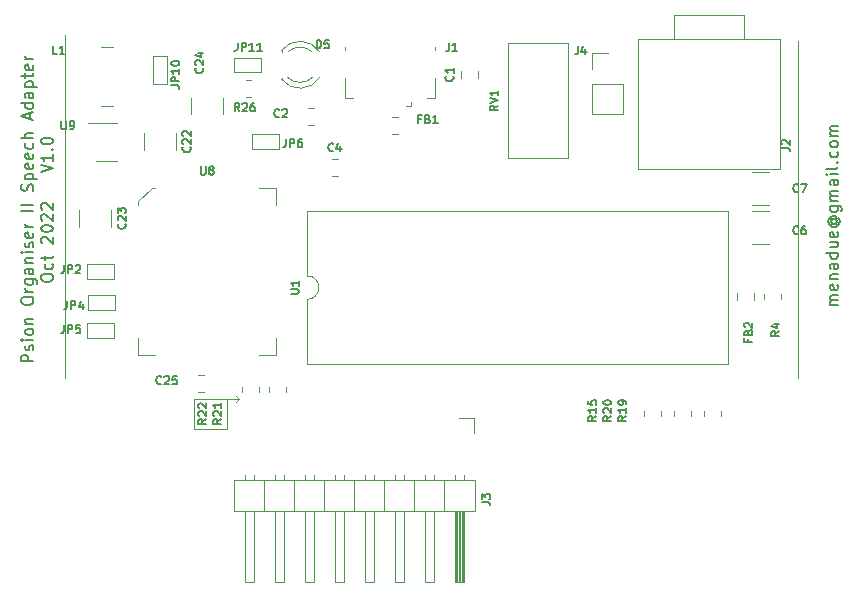
<source format=gbr>
G04 #@! TF.GenerationSoftware,KiCad,Pcbnew,5.1.5+dfsg1-2build2*
G04 #@! TF.CreationDate,2022-10-10T15:32:11+01:00*
G04 #@! TF.ProjectId,psion-speech-sp0256al2,7073696f-6e2d-4737-9065-6563682d7370,rev?*
G04 #@! TF.SameCoordinates,Original*
G04 #@! TF.FileFunction,Legend,Top*
G04 #@! TF.FilePolarity,Positive*
%FSLAX46Y46*%
G04 Gerber Fmt 4.6, Leading zero omitted, Abs format (unit mm)*
G04 Created by KiCad (PCBNEW 5.1.5+dfsg1-2build2) date 2022-10-10 15:32:11*
%MOMM*%
%LPD*%
G04 APERTURE LIST*
%ADD10C,0.150000*%
%ADD11C,0.120000*%
G04 APERTURE END LIST*
D10*
X109418380Y-119863238D02*
X108751714Y-119863238D01*
X108846952Y-119863238D02*
X108799333Y-119815619D01*
X108751714Y-119720380D01*
X108751714Y-119577523D01*
X108799333Y-119482285D01*
X108894571Y-119434666D01*
X109418380Y-119434666D01*
X108894571Y-119434666D02*
X108799333Y-119387047D01*
X108751714Y-119291809D01*
X108751714Y-119148952D01*
X108799333Y-119053714D01*
X108894571Y-119006095D01*
X109418380Y-119006095D01*
X109370761Y-118148952D02*
X109418380Y-118244190D01*
X109418380Y-118434666D01*
X109370761Y-118529904D01*
X109275523Y-118577523D01*
X108894571Y-118577523D01*
X108799333Y-118529904D01*
X108751714Y-118434666D01*
X108751714Y-118244190D01*
X108799333Y-118148952D01*
X108894571Y-118101333D01*
X108989809Y-118101333D01*
X109085047Y-118577523D01*
X108751714Y-117672761D02*
X109418380Y-117672761D01*
X108846952Y-117672761D02*
X108799333Y-117625142D01*
X108751714Y-117529904D01*
X108751714Y-117387047D01*
X108799333Y-117291809D01*
X108894571Y-117244190D01*
X109418380Y-117244190D01*
X109418380Y-116339428D02*
X108894571Y-116339428D01*
X108799333Y-116387047D01*
X108751714Y-116482285D01*
X108751714Y-116672761D01*
X108799333Y-116768000D01*
X109370761Y-116339428D02*
X109418380Y-116434666D01*
X109418380Y-116672761D01*
X109370761Y-116768000D01*
X109275523Y-116815619D01*
X109180285Y-116815619D01*
X109085047Y-116768000D01*
X109037428Y-116672761D01*
X109037428Y-116434666D01*
X108989809Y-116339428D01*
X109418380Y-115434666D02*
X108418380Y-115434666D01*
X109370761Y-115434666D02*
X109418380Y-115529904D01*
X109418380Y-115720380D01*
X109370761Y-115815619D01*
X109323142Y-115863238D01*
X109227904Y-115910857D01*
X108942190Y-115910857D01*
X108846952Y-115863238D01*
X108799333Y-115815619D01*
X108751714Y-115720380D01*
X108751714Y-115529904D01*
X108799333Y-115434666D01*
X108751714Y-114529904D02*
X109418380Y-114529904D01*
X108751714Y-114958476D02*
X109275523Y-114958476D01*
X109370761Y-114910857D01*
X109418380Y-114815619D01*
X109418380Y-114672761D01*
X109370761Y-114577523D01*
X109323142Y-114529904D01*
X109370761Y-113672761D02*
X109418380Y-113768000D01*
X109418380Y-113958476D01*
X109370761Y-114053714D01*
X109275523Y-114101333D01*
X108894571Y-114101333D01*
X108799333Y-114053714D01*
X108751714Y-113958476D01*
X108751714Y-113768000D01*
X108799333Y-113672761D01*
X108894571Y-113625142D01*
X108989809Y-113625142D01*
X109085047Y-114101333D01*
X108942190Y-112577523D02*
X108894571Y-112625142D01*
X108846952Y-112720380D01*
X108846952Y-112815619D01*
X108894571Y-112910857D01*
X108942190Y-112958476D01*
X109037428Y-113006095D01*
X109132666Y-113006095D01*
X109227904Y-112958476D01*
X109275523Y-112910857D01*
X109323142Y-112815619D01*
X109323142Y-112720380D01*
X109275523Y-112625142D01*
X109227904Y-112577523D01*
X108846952Y-112577523D02*
X109227904Y-112577523D01*
X109275523Y-112529904D01*
X109275523Y-112482285D01*
X109227904Y-112387047D01*
X109132666Y-112339428D01*
X108894571Y-112339428D01*
X108751714Y-112434666D01*
X108656476Y-112577523D01*
X108608857Y-112768000D01*
X108656476Y-112958476D01*
X108751714Y-113101333D01*
X108894571Y-113196571D01*
X109085047Y-113244190D01*
X109275523Y-113196571D01*
X109418380Y-113101333D01*
X109513619Y-112958476D01*
X109561238Y-112768000D01*
X109513619Y-112577523D01*
X109418380Y-112434666D01*
X108751714Y-111482285D02*
X109561238Y-111482285D01*
X109656476Y-111529904D01*
X109704095Y-111577523D01*
X109751714Y-111672761D01*
X109751714Y-111815619D01*
X109704095Y-111910857D01*
X109370761Y-111482285D02*
X109418380Y-111577523D01*
X109418380Y-111768000D01*
X109370761Y-111863238D01*
X109323142Y-111910857D01*
X109227904Y-111958476D01*
X108942190Y-111958476D01*
X108846952Y-111910857D01*
X108799333Y-111863238D01*
X108751714Y-111768000D01*
X108751714Y-111577523D01*
X108799333Y-111482285D01*
X109418380Y-111006095D02*
X108751714Y-111006095D01*
X108846952Y-111006095D02*
X108799333Y-110958476D01*
X108751714Y-110863238D01*
X108751714Y-110720380D01*
X108799333Y-110625142D01*
X108894571Y-110577523D01*
X109418380Y-110577523D01*
X108894571Y-110577523D02*
X108799333Y-110529904D01*
X108751714Y-110434666D01*
X108751714Y-110291809D01*
X108799333Y-110196571D01*
X108894571Y-110148952D01*
X109418380Y-110148952D01*
X109418380Y-109244190D02*
X108894571Y-109244190D01*
X108799333Y-109291809D01*
X108751714Y-109387047D01*
X108751714Y-109577523D01*
X108799333Y-109672761D01*
X109370761Y-109244190D02*
X109418380Y-109339428D01*
X109418380Y-109577523D01*
X109370761Y-109672761D01*
X109275523Y-109720380D01*
X109180285Y-109720380D01*
X109085047Y-109672761D01*
X109037428Y-109577523D01*
X109037428Y-109339428D01*
X108989809Y-109244190D01*
X109418380Y-108768000D02*
X108751714Y-108768000D01*
X108418380Y-108768000D02*
X108466000Y-108815619D01*
X108513619Y-108768000D01*
X108466000Y-108720380D01*
X108418380Y-108768000D01*
X108513619Y-108768000D01*
X109418380Y-108148952D02*
X109370761Y-108244190D01*
X109275523Y-108291809D01*
X108418380Y-108291809D01*
X109323142Y-107768000D02*
X109370761Y-107720380D01*
X109418380Y-107768000D01*
X109370761Y-107815619D01*
X109323142Y-107768000D01*
X109418380Y-107768000D01*
X109370761Y-106863238D02*
X109418380Y-106958476D01*
X109418380Y-107148952D01*
X109370761Y-107244190D01*
X109323142Y-107291809D01*
X109227904Y-107339428D01*
X108942190Y-107339428D01*
X108846952Y-107291809D01*
X108799333Y-107244190D01*
X108751714Y-107148952D01*
X108751714Y-106958476D01*
X108799333Y-106863238D01*
X109418380Y-106291809D02*
X109370761Y-106387047D01*
X109323142Y-106434666D01*
X109227904Y-106482285D01*
X108942190Y-106482285D01*
X108846952Y-106434666D01*
X108799333Y-106387047D01*
X108751714Y-106291809D01*
X108751714Y-106148952D01*
X108799333Y-106053714D01*
X108846952Y-106006095D01*
X108942190Y-105958476D01*
X109227904Y-105958476D01*
X109323142Y-106006095D01*
X109370761Y-106053714D01*
X109418380Y-106148952D01*
X109418380Y-106291809D01*
X109418380Y-105529904D02*
X108751714Y-105529904D01*
X108846952Y-105529904D02*
X108799333Y-105482285D01*
X108751714Y-105387047D01*
X108751714Y-105244190D01*
X108799333Y-105148952D01*
X108894571Y-105101333D01*
X109418380Y-105101333D01*
X108894571Y-105101333D02*
X108799333Y-105053714D01*
X108751714Y-104958476D01*
X108751714Y-104815619D01*
X108799333Y-104720380D01*
X108894571Y-104672761D01*
X109418380Y-104672761D01*
X41283380Y-124617142D02*
X40283380Y-124617142D01*
X40283380Y-124236190D01*
X40331000Y-124140952D01*
X40378619Y-124093333D01*
X40473857Y-124045714D01*
X40616714Y-124045714D01*
X40711952Y-124093333D01*
X40759571Y-124140952D01*
X40807190Y-124236190D01*
X40807190Y-124617142D01*
X41235761Y-123664761D02*
X41283380Y-123569523D01*
X41283380Y-123379047D01*
X41235761Y-123283809D01*
X41140523Y-123236190D01*
X41092904Y-123236190D01*
X40997666Y-123283809D01*
X40950047Y-123379047D01*
X40950047Y-123521904D01*
X40902428Y-123617142D01*
X40807190Y-123664761D01*
X40759571Y-123664761D01*
X40664333Y-123617142D01*
X40616714Y-123521904D01*
X40616714Y-123379047D01*
X40664333Y-123283809D01*
X41283380Y-122807619D02*
X40616714Y-122807619D01*
X40283380Y-122807619D02*
X40331000Y-122855238D01*
X40378619Y-122807619D01*
X40331000Y-122760000D01*
X40283380Y-122807619D01*
X40378619Y-122807619D01*
X41283380Y-122188571D02*
X41235761Y-122283809D01*
X41188142Y-122331428D01*
X41092904Y-122379047D01*
X40807190Y-122379047D01*
X40711952Y-122331428D01*
X40664333Y-122283809D01*
X40616714Y-122188571D01*
X40616714Y-122045714D01*
X40664333Y-121950476D01*
X40711952Y-121902857D01*
X40807190Y-121855238D01*
X41092904Y-121855238D01*
X41188142Y-121902857D01*
X41235761Y-121950476D01*
X41283380Y-122045714D01*
X41283380Y-122188571D01*
X40616714Y-121426666D02*
X41283380Y-121426666D01*
X40711952Y-121426666D02*
X40664333Y-121379047D01*
X40616714Y-121283809D01*
X40616714Y-121140952D01*
X40664333Y-121045714D01*
X40759571Y-120998095D01*
X41283380Y-120998095D01*
X40283380Y-119569523D02*
X40283380Y-119379047D01*
X40331000Y-119283809D01*
X40426238Y-119188571D01*
X40616714Y-119140952D01*
X40950047Y-119140952D01*
X41140523Y-119188571D01*
X41235761Y-119283809D01*
X41283380Y-119379047D01*
X41283380Y-119569523D01*
X41235761Y-119664761D01*
X41140523Y-119760000D01*
X40950047Y-119807619D01*
X40616714Y-119807619D01*
X40426238Y-119760000D01*
X40331000Y-119664761D01*
X40283380Y-119569523D01*
X41283380Y-118712380D02*
X40616714Y-118712380D01*
X40807190Y-118712380D02*
X40711952Y-118664761D01*
X40664333Y-118617142D01*
X40616714Y-118521904D01*
X40616714Y-118426666D01*
X40616714Y-117664761D02*
X41426238Y-117664761D01*
X41521476Y-117712380D01*
X41569095Y-117760000D01*
X41616714Y-117855238D01*
X41616714Y-117998095D01*
X41569095Y-118093333D01*
X41235761Y-117664761D02*
X41283380Y-117760000D01*
X41283380Y-117950476D01*
X41235761Y-118045714D01*
X41188142Y-118093333D01*
X41092904Y-118140952D01*
X40807190Y-118140952D01*
X40711952Y-118093333D01*
X40664333Y-118045714D01*
X40616714Y-117950476D01*
X40616714Y-117760000D01*
X40664333Y-117664761D01*
X41283380Y-116760000D02*
X40759571Y-116760000D01*
X40664333Y-116807619D01*
X40616714Y-116902857D01*
X40616714Y-117093333D01*
X40664333Y-117188571D01*
X41235761Y-116760000D02*
X41283380Y-116855238D01*
X41283380Y-117093333D01*
X41235761Y-117188571D01*
X41140523Y-117236190D01*
X41045285Y-117236190D01*
X40950047Y-117188571D01*
X40902428Y-117093333D01*
X40902428Y-116855238D01*
X40854809Y-116760000D01*
X40616714Y-116283809D02*
X41283380Y-116283809D01*
X40711952Y-116283809D02*
X40664333Y-116236190D01*
X40616714Y-116140952D01*
X40616714Y-115998095D01*
X40664333Y-115902857D01*
X40759571Y-115855238D01*
X41283380Y-115855238D01*
X41283380Y-115379047D02*
X40616714Y-115379047D01*
X40283380Y-115379047D02*
X40331000Y-115426666D01*
X40378619Y-115379047D01*
X40331000Y-115331428D01*
X40283380Y-115379047D01*
X40378619Y-115379047D01*
X41235761Y-114950476D02*
X41283380Y-114855238D01*
X41283380Y-114664761D01*
X41235761Y-114569523D01*
X41140523Y-114521904D01*
X41092904Y-114521904D01*
X40997666Y-114569523D01*
X40950047Y-114664761D01*
X40950047Y-114807619D01*
X40902428Y-114902857D01*
X40807190Y-114950476D01*
X40759571Y-114950476D01*
X40664333Y-114902857D01*
X40616714Y-114807619D01*
X40616714Y-114664761D01*
X40664333Y-114569523D01*
X41235761Y-113712380D02*
X41283380Y-113807619D01*
X41283380Y-113998095D01*
X41235761Y-114093333D01*
X41140523Y-114140952D01*
X40759571Y-114140952D01*
X40664333Y-114093333D01*
X40616714Y-113998095D01*
X40616714Y-113807619D01*
X40664333Y-113712380D01*
X40759571Y-113664761D01*
X40854809Y-113664761D01*
X40950047Y-114140952D01*
X41283380Y-113236190D02*
X40616714Y-113236190D01*
X40807190Y-113236190D02*
X40711952Y-113188571D01*
X40664333Y-113140952D01*
X40616714Y-113045714D01*
X40616714Y-112950476D01*
X41283380Y-111855238D02*
X40283380Y-111855238D01*
X41283380Y-111379047D02*
X40283380Y-111379047D01*
X41235761Y-110188571D02*
X41283380Y-110045714D01*
X41283380Y-109807619D01*
X41235761Y-109712380D01*
X41188142Y-109664761D01*
X41092904Y-109617142D01*
X40997666Y-109617142D01*
X40902428Y-109664761D01*
X40854809Y-109712380D01*
X40807190Y-109807619D01*
X40759571Y-109998095D01*
X40711952Y-110093333D01*
X40664333Y-110140952D01*
X40569095Y-110188571D01*
X40473857Y-110188571D01*
X40378619Y-110140952D01*
X40331000Y-110093333D01*
X40283380Y-109998095D01*
X40283380Y-109760000D01*
X40331000Y-109617142D01*
X40616714Y-109188571D02*
X41616714Y-109188571D01*
X40664333Y-109188571D02*
X40616714Y-109093333D01*
X40616714Y-108902857D01*
X40664333Y-108807619D01*
X40711952Y-108760000D01*
X40807190Y-108712380D01*
X41092904Y-108712380D01*
X41188142Y-108760000D01*
X41235761Y-108807619D01*
X41283380Y-108902857D01*
X41283380Y-109093333D01*
X41235761Y-109188571D01*
X41235761Y-107902857D02*
X41283380Y-107998095D01*
X41283380Y-108188571D01*
X41235761Y-108283809D01*
X41140523Y-108331428D01*
X40759571Y-108331428D01*
X40664333Y-108283809D01*
X40616714Y-108188571D01*
X40616714Y-107998095D01*
X40664333Y-107902857D01*
X40759571Y-107855238D01*
X40854809Y-107855238D01*
X40950047Y-108331428D01*
X41235761Y-107045714D02*
X41283380Y-107140952D01*
X41283380Y-107331428D01*
X41235761Y-107426666D01*
X41140523Y-107474285D01*
X40759571Y-107474285D01*
X40664333Y-107426666D01*
X40616714Y-107331428D01*
X40616714Y-107140952D01*
X40664333Y-107045714D01*
X40759571Y-106998095D01*
X40854809Y-106998095D01*
X40950047Y-107474285D01*
X41235761Y-106140952D02*
X41283380Y-106236190D01*
X41283380Y-106426666D01*
X41235761Y-106521904D01*
X41188142Y-106569523D01*
X41092904Y-106617142D01*
X40807190Y-106617142D01*
X40711952Y-106569523D01*
X40664333Y-106521904D01*
X40616714Y-106426666D01*
X40616714Y-106236190D01*
X40664333Y-106140952D01*
X41283380Y-105712380D02*
X40283380Y-105712380D01*
X41283380Y-105283809D02*
X40759571Y-105283809D01*
X40664333Y-105331428D01*
X40616714Y-105426666D01*
X40616714Y-105569523D01*
X40664333Y-105664761D01*
X40711952Y-105712380D01*
X40997666Y-104093333D02*
X40997666Y-103617142D01*
X41283380Y-104188571D02*
X40283380Y-103855238D01*
X41283380Y-103521904D01*
X41283380Y-102760000D02*
X40283380Y-102760000D01*
X41235761Y-102760000D02*
X41283380Y-102855238D01*
X41283380Y-103045714D01*
X41235761Y-103140952D01*
X41188142Y-103188571D01*
X41092904Y-103236190D01*
X40807190Y-103236190D01*
X40711952Y-103188571D01*
X40664333Y-103140952D01*
X40616714Y-103045714D01*
X40616714Y-102855238D01*
X40664333Y-102760000D01*
X41283380Y-101855238D02*
X40759571Y-101855238D01*
X40664333Y-101902857D01*
X40616714Y-101998095D01*
X40616714Y-102188571D01*
X40664333Y-102283809D01*
X41235761Y-101855238D02*
X41283380Y-101950476D01*
X41283380Y-102188571D01*
X41235761Y-102283809D01*
X41140523Y-102331428D01*
X41045285Y-102331428D01*
X40950047Y-102283809D01*
X40902428Y-102188571D01*
X40902428Y-101950476D01*
X40854809Y-101855238D01*
X40616714Y-101379047D02*
X41616714Y-101379047D01*
X40664333Y-101379047D02*
X40616714Y-101283809D01*
X40616714Y-101093333D01*
X40664333Y-100998095D01*
X40711952Y-100950476D01*
X40807190Y-100902857D01*
X41092904Y-100902857D01*
X41188142Y-100950476D01*
X41235761Y-100998095D01*
X41283380Y-101093333D01*
X41283380Y-101283809D01*
X41235761Y-101379047D01*
X40616714Y-100617142D02*
X40616714Y-100236190D01*
X40283380Y-100474285D02*
X41140523Y-100474285D01*
X41235761Y-100426666D01*
X41283380Y-100331428D01*
X41283380Y-100236190D01*
X41235761Y-99521904D02*
X41283380Y-99617142D01*
X41283380Y-99807619D01*
X41235761Y-99902857D01*
X41140523Y-99950476D01*
X40759571Y-99950476D01*
X40664333Y-99902857D01*
X40616714Y-99807619D01*
X40616714Y-99617142D01*
X40664333Y-99521904D01*
X40759571Y-99474285D01*
X40854809Y-99474285D01*
X40950047Y-99950476D01*
X41283380Y-99045714D02*
X40616714Y-99045714D01*
X40807190Y-99045714D02*
X40711952Y-98998095D01*
X40664333Y-98950476D01*
X40616714Y-98855238D01*
X40616714Y-98760000D01*
X41933380Y-117617142D02*
X41933380Y-117426666D01*
X41981000Y-117331428D01*
X42076238Y-117236190D01*
X42266714Y-117188571D01*
X42600047Y-117188571D01*
X42790523Y-117236190D01*
X42885761Y-117331428D01*
X42933380Y-117426666D01*
X42933380Y-117617142D01*
X42885761Y-117712380D01*
X42790523Y-117807619D01*
X42600047Y-117855238D01*
X42266714Y-117855238D01*
X42076238Y-117807619D01*
X41981000Y-117712380D01*
X41933380Y-117617142D01*
X42885761Y-116331428D02*
X42933380Y-116426666D01*
X42933380Y-116617142D01*
X42885761Y-116712380D01*
X42838142Y-116760000D01*
X42742904Y-116807619D01*
X42457190Y-116807619D01*
X42361952Y-116760000D01*
X42314333Y-116712380D01*
X42266714Y-116617142D01*
X42266714Y-116426666D01*
X42314333Y-116331428D01*
X42266714Y-116045714D02*
X42266714Y-115664761D01*
X41933380Y-115902857D02*
X42790523Y-115902857D01*
X42885761Y-115855238D01*
X42933380Y-115760000D01*
X42933380Y-115664761D01*
X42028619Y-114617142D02*
X41981000Y-114569523D01*
X41933380Y-114474285D01*
X41933380Y-114236190D01*
X41981000Y-114140952D01*
X42028619Y-114093333D01*
X42123857Y-114045714D01*
X42219095Y-114045714D01*
X42361952Y-114093333D01*
X42933380Y-114664761D01*
X42933380Y-114045714D01*
X41933380Y-113426666D02*
X41933380Y-113331428D01*
X41981000Y-113236190D01*
X42028619Y-113188571D01*
X42123857Y-113140952D01*
X42314333Y-113093333D01*
X42552428Y-113093333D01*
X42742904Y-113140952D01*
X42838142Y-113188571D01*
X42885761Y-113236190D01*
X42933380Y-113331428D01*
X42933380Y-113426666D01*
X42885761Y-113521904D01*
X42838142Y-113569523D01*
X42742904Y-113617142D01*
X42552428Y-113664761D01*
X42314333Y-113664761D01*
X42123857Y-113617142D01*
X42028619Y-113569523D01*
X41981000Y-113521904D01*
X41933380Y-113426666D01*
X42028619Y-112712380D02*
X41981000Y-112664761D01*
X41933380Y-112569523D01*
X41933380Y-112331428D01*
X41981000Y-112236190D01*
X42028619Y-112188571D01*
X42123857Y-112140952D01*
X42219095Y-112140952D01*
X42361952Y-112188571D01*
X42933380Y-112760000D01*
X42933380Y-112140952D01*
X42028619Y-111760000D02*
X41981000Y-111712380D01*
X41933380Y-111617142D01*
X41933380Y-111379047D01*
X41981000Y-111283809D01*
X42028619Y-111236190D01*
X42123857Y-111188571D01*
X42219095Y-111188571D01*
X42361952Y-111236190D01*
X42933380Y-111807619D01*
X42933380Y-111188571D01*
X41933380Y-108617142D02*
X42933380Y-108283809D01*
X41933380Y-107950476D01*
X42933380Y-107093333D02*
X42933380Y-107664761D01*
X42933380Y-107379047D02*
X41933380Y-107379047D01*
X42076238Y-107474285D01*
X42171476Y-107569523D01*
X42219095Y-107664761D01*
X42838142Y-106664761D02*
X42885761Y-106617142D01*
X42933380Y-106664761D01*
X42885761Y-106712380D01*
X42838142Y-106664761D01*
X42933380Y-106664761D01*
X41933380Y-105998095D02*
X41933380Y-105902857D01*
X41981000Y-105807619D01*
X42028619Y-105760000D01*
X42123857Y-105712380D01*
X42314333Y-105664761D01*
X42552428Y-105664761D01*
X42742904Y-105712380D01*
X42838142Y-105760000D01*
X42885761Y-105807619D01*
X42933380Y-105902857D01*
X42933380Y-105998095D01*
X42885761Y-106093333D01*
X42838142Y-106140952D01*
X42742904Y-106188571D01*
X42552428Y-106236190D01*
X42314333Y-106236190D01*
X42123857Y-106188571D01*
X42028619Y-106140952D01*
X41981000Y-106093333D01*
X41933380Y-105998095D01*
D11*
X58420000Y-128016000D02*
X58674000Y-127762000D01*
X58420000Y-127508000D02*
X58674000Y-127762000D01*
X58674000Y-127762000D02*
X58420000Y-127508000D01*
X57658000Y-127762000D02*
X58674000Y-127762000D01*
X57658000Y-127762000D02*
X57658000Y-130302000D01*
X57404000Y-127762000D02*
X57658000Y-127762000D01*
X54864000Y-127762000D02*
X57404000Y-127762000D01*
X54864000Y-130302000D02*
X54864000Y-127762000D01*
X57658000Y-130302000D02*
X54864000Y-130302000D01*
X106000000Y-126000000D02*
X106000000Y-97500000D01*
X44000000Y-97000000D02*
X44000000Y-126000000D01*
X78630000Y-129390000D02*
X78630000Y-130660000D01*
X77360000Y-129390000D02*
X78630000Y-129390000D01*
X77740000Y-134697071D02*
X77740000Y-134242929D01*
X76980000Y-134697071D02*
X76980000Y-134242929D01*
X59200000Y-134242929D02*
X59200000Y-134640000D01*
X59960000Y-134242929D02*
X59960000Y-134640000D01*
X59200000Y-143300000D02*
X59200000Y-137300000D01*
X59960000Y-143300000D02*
X59200000Y-143300000D01*
X59960000Y-137300000D02*
X59960000Y-143300000D01*
X60850000Y-134640000D02*
X60850000Y-137300000D01*
X75200000Y-134697071D02*
X75200000Y-134242929D01*
X74440000Y-134697071D02*
X74440000Y-134242929D01*
X61740000Y-134242929D02*
X61740000Y-134640000D01*
X62500000Y-134242929D02*
X62500000Y-134640000D01*
X61740000Y-143300000D02*
X61740000Y-137300000D01*
X62500000Y-143300000D02*
X61740000Y-143300000D01*
X62500000Y-137300000D02*
X62500000Y-143300000D01*
X63390000Y-134640000D02*
X63390000Y-137300000D01*
X72660000Y-134697071D02*
X72660000Y-134242929D01*
X71900000Y-134697071D02*
X71900000Y-134242929D01*
X64280000Y-134242929D02*
X64280000Y-134640000D01*
X65040000Y-134242929D02*
X65040000Y-134640000D01*
X64280000Y-143300000D02*
X64280000Y-137300000D01*
X65040000Y-143300000D02*
X64280000Y-143300000D01*
X65040000Y-137300000D02*
X65040000Y-143300000D01*
X65930000Y-134640000D02*
X65930000Y-137300000D01*
X70120000Y-134697071D02*
X70120000Y-134242929D01*
X69360000Y-134697071D02*
X69360000Y-134242929D01*
X66820000Y-134242929D02*
X66820000Y-134640000D01*
X67580000Y-134242929D02*
X67580000Y-134640000D01*
X66820000Y-143300000D02*
X66820000Y-137300000D01*
X67580000Y-143300000D02*
X66820000Y-143300000D01*
X67580000Y-137300000D02*
X67580000Y-143300000D01*
X68470000Y-134640000D02*
X68470000Y-137300000D01*
X67580000Y-134697071D02*
X67580000Y-134242929D01*
X66820000Y-134697071D02*
X66820000Y-134242929D01*
X69360000Y-134242929D02*
X69360000Y-134640000D01*
X70120000Y-134242929D02*
X70120000Y-134640000D01*
X69360000Y-143300000D02*
X69360000Y-137300000D01*
X70120000Y-143300000D02*
X69360000Y-143300000D01*
X70120000Y-137300000D02*
X70120000Y-143300000D01*
X71010000Y-134640000D02*
X71010000Y-137300000D01*
X65040000Y-134697071D02*
X65040000Y-134242929D01*
X64280000Y-134697071D02*
X64280000Y-134242929D01*
X71900000Y-134242929D02*
X71900000Y-134640000D01*
X72660000Y-134242929D02*
X72660000Y-134640000D01*
X71900000Y-143300000D02*
X71900000Y-137300000D01*
X72660000Y-143300000D02*
X71900000Y-143300000D01*
X72660000Y-137300000D02*
X72660000Y-143300000D01*
X73550000Y-134640000D02*
X73550000Y-137300000D01*
X62500000Y-134697071D02*
X62500000Y-134242929D01*
X61740000Y-134697071D02*
X61740000Y-134242929D01*
X74440000Y-134242929D02*
X74440000Y-134640000D01*
X75200000Y-134242929D02*
X75200000Y-134640000D01*
X74440000Y-143300000D02*
X74440000Y-137300000D01*
X75200000Y-143300000D02*
X74440000Y-143300000D01*
X75200000Y-137300000D02*
X75200000Y-143300000D01*
X76090000Y-134640000D02*
X76090000Y-137300000D01*
X59960000Y-134630000D02*
X59960000Y-134242929D01*
X59200000Y-134630000D02*
X59200000Y-134242929D01*
X76980000Y-134242929D02*
X76980000Y-134640000D01*
X77740000Y-134242929D02*
X77740000Y-134640000D01*
X77080000Y-137300000D02*
X77080000Y-143300000D01*
X77200000Y-137300000D02*
X77200000Y-143300000D01*
X77320000Y-137300000D02*
X77320000Y-143300000D01*
X77440000Y-137300000D02*
X77440000Y-143300000D01*
X77560000Y-137300000D02*
X77560000Y-143300000D01*
X77680000Y-137300000D02*
X77680000Y-143300000D01*
X76980000Y-143300000D02*
X76980000Y-137300000D01*
X77740000Y-143300000D02*
X76980000Y-143300000D01*
X77740000Y-137300000D02*
X77740000Y-143300000D01*
X78690000Y-137300000D02*
X78690000Y-134640000D01*
X58250000Y-137300000D02*
X78690000Y-137300000D01*
X58250000Y-134640000D02*
X58250000Y-137300000D01*
X78690000Y-134640000D02*
X58250000Y-134640000D01*
X101500000Y-95300000D02*
X101500000Y-97300000D01*
X95500000Y-95300000D02*
X95500000Y-97300000D01*
X101500000Y-95300000D02*
X95500000Y-95300000D01*
X98500000Y-95300000D02*
X101500000Y-95300000D01*
X92500000Y-97300000D02*
X104500000Y-97300000D01*
X92500000Y-108300000D02*
X92500000Y-97300000D01*
X104500000Y-108300000D02*
X92500000Y-108300000D01*
X104500000Y-97300000D02*
X104500000Y-108300000D01*
X81470000Y-97655000D02*
X86540000Y-97655000D01*
X81470000Y-107425000D02*
X86540000Y-107425000D01*
X86540000Y-107425000D02*
X86540000Y-97655000D01*
X81470000Y-107425000D02*
X81470000Y-97655000D01*
X88586000Y-98492000D02*
X89916000Y-98492000D01*
X88586000Y-99822000D02*
X88586000Y-98492000D01*
X88586000Y-101092000D02*
X91246000Y-101092000D01*
X91246000Y-101092000D02*
X91246000Y-103692000D01*
X88586000Y-101092000D02*
X88586000Y-103692000D01*
X88586000Y-103692000D02*
X91246000Y-103692000D01*
X64456000Y-111904000D02*
X64456000Y-117364000D01*
X100136000Y-111904000D02*
X64456000Y-111904000D01*
X100136000Y-124824000D02*
X100136000Y-111904000D01*
X64456000Y-124824000D02*
X100136000Y-124824000D01*
X64456000Y-119364000D02*
X64456000Y-124824000D01*
X64456000Y-117364000D02*
G75*
G02X64456000Y-119364000I0J-1000000D01*
G01*
X104621000Y-119353064D02*
X104621000Y-118898936D01*
X103151000Y-119353064D02*
X103151000Y-118898936D01*
X103581252Y-108622000D02*
X102158748Y-108622000D01*
X103581252Y-111342000D02*
X102158748Y-111342000D01*
X102158748Y-114644000D02*
X103581252Y-114644000D01*
X102158748Y-111924000D02*
X103581252Y-111924000D01*
X66540748Y-108939000D02*
X67063252Y-108939000D01*
X66540748Y-107469000D02*
X67063252Y-107469000D01*
X64508748Y-104621000D02*
X65031252Y-104621000D01*
X64508748Y-103151000D02*
X65031252Y-103151000D01*
X48400000Y-104390000D02*
X45950000Y-104390000D01*
X46600000Y-107610000D02*
X48400000Y-107610000D01*
X50175000Y-111077218D02*
X50175000Y-111360000D01*
X51347218Y-109905000D02*
X50175000Y-111077218D01*
X51630000Y-109905000D02*
X51347218Y-109905000D01*
X61825000Y-124095000D02*
X61825000Y-122640000D01*
X60370000Y-124095000D02*
X61825000Y-124095000D01*
X50175000Y-124095000D02*
X50175000Y-122640000D01*
X51630000Y-124095000D02*
X50175000Y-124095000D01*
X61825000Y-109905000D02*
X61825000Y-111360000D01*
X60370000Y-109905000D02*
X61825000Y-109905000D01*
X59272936Y-102235000D02*
X59727064Y-102235000D01*
X59272936Y-100765000D02*
X59727064Y-100765000D01*
X60425000Y-127227064D02*
X60425000Y-126772936D01*
X58955000Y-127227064D02*
X58955000Y-126772936D01*
X62711000Y-127227064D02*
X62711000Y-126772936D01*
X61241000Y-127227064D02*
X61241000Y-126772936D01*
X95531000Y-128804936D02*
X95531000Y-129259064D01*
X97001000Y-128804936D02*
X97001000Y-129259064D01*
X98071000Y-128804936D02*
X98071000Y-129259064D01*
X99541000Y-128804936D02*
X99541000Y-129259064D01*
X94461000Y-129259064D02*
X94461000Y-128804936D01*
X92991000Y-129259064D02*
X92991000Y-128804936D01*
X48000000Y-97990000D02*
X47000000Y-97990000D01*
X48000000Y-103010000D02*
X47000000Y-103010000D01*
X58300000Y-98900000D02*
X60600000Y-98900000D01*
X60600000Y-98900000D02*
X60600000Y-100100000D01*
X60600000Y-100100000D02*
X58300000Y-100100000D01*
X58300000Y-100100000D02*
X58300000Y-98900000D01*
X52600000Y-98800000D02*
X52600000Y-101100000D01*
X52600000Y-101100000D02*
X51400000Y-101100000D01*
X51400000Y-101100000D02*
X51400000Y-98800000D01*
X51400000Y-98800000D02*
X52600000Y-98800000D01*
X59800000Y-105400000D02*
X62100000Y-105400000D01*
X62100000Y-105400000D02*
X62100000Y-106600000D01*
X62100000Y-106600000D02*
X59800000Y-106600000D01*
X59800000Y-106600000D02*
X59800000Y-105400000D01*
X45800000Y-121400000D02*
X48100000Y-121400000D01*
X48100000Y-121400000D02*
X48100000Y-122600000D01*
X48100000Y-122600000D02*
X45800000Y-122600000D01*
X45800000Y-122600000D02*
X45800000Y-121400000D01*
X48190000Y-120234000D02*
X45890000Y-120234000D01*
X45890000Y-120234000D02*
X45890000Y-119034000D01*
X45890000Y-119034000D02*
X48190000Y-119034000D01*
X48190000Y-119034000D02*
X48190000Y-120234000D01*
X45800000Y-116400000D02*
X48100000Y-116400000D01*
X48100000Y-116400000D02*
X48100000Y-117600000D01*
X48100000Y-117600000D02*
X45800000Y-117600000D01*
X45800000Y-117600000D02*
X45800000Y-116400000D01*
X73260000Y-103010000D02*
X73260000Y-102620000D01*
X73260000Y-103010000D02*
X72810000Y-103010000D01*
X67690000Y-102310000D02*
X68340000Y-102310000D01*
X67690000Y-100580000D02*
X67690000Y-102310000D01*
X75310000Y-98010000D02*
X75310000Y-98220000D01*
X67690000Y-98010000D02*
X67690000Y-98220000D01*
X75310000Y-100580000D02*
X75310000Y-102310000D01*
X75310000Y-102310000D02*
X74650000Y-102310000D01*
X100865000Y-118864748D02*
X100865000Y-119387252D01*
X102335000Y-118864748D02*
X102335000Y-119387252D01*
X71620748Y-105383000D02*
X72143252Y-105383000D01*
X71620748Y-103913000D02*
X72143252Y-103913000D01*
X62310000Y-100580000D02*
X62310000Y-100736000D01*
X62310000Y-98264000D02*
X62310000Y-98420000D01*
X64911130Y-100579837D02*
G75*
G02X62829039Y-100580000I-1041130J1079837D01*
G01*
X64911130Y-98420163D02*
G75*
G03X62829039Y-98420000I-1041130J-1079837D01*
G01*
X65542335Y-100578608D02*
G75*
G02X62310000Y-100735516I-1672335J1078608D01*
G01*
X65542335Y-98421392D02*
G75*
G03X62310000Y-98264484I-1672335J-1078608D01*
G01*
X55238748Y-127235000D02*
X55761252Y-127235000D01*
X55238748Y-125765000D02*
X55761252Y-125765000D01*
X54640000Y-102288748D02*
X54640000Y-103711252D01*
X57360000Y-102288748D02*
X57360000Y-103711252D01*
X45140000Y-111788748D02*
X45140000Y-113211252D01*
X47860000Y-111788748D02*
X47860000Y-113211252D01*
X50640000Y-105288748D02*
X50640000Y-106711252D01*
X53360000Y-105288748D02*
X53360000Y-106711252D01*
X78967000Y-100591252D02*
X78967000Y-100068748D01*
X77497000Y-100591252D02*
X77497000Y-100068748D01*
D10*
X79246666Y-136548333D02*
X79746666Y-136548333D01*
X79846666Y-136581666D01*
X79913333Y-136648333D01*
X79946666Y-136748333D01*
X79946666Y-136815000D01*
X79246666Y-136281666D02*
X79246666Y-135848333D01*
X79513333Y-136081666D01*
X79513333Y-135981666D01*
X79546666Y-135915000D01*
X79580000Y-135881666D01*
X79646666Y-135848333D01*
X79813333Y-135848333D01*
X79880000Y-135881666D01*
X79913333Y-135915000D01*
X79946666Y-135981666D01*
X79946666Y-136181666D01*
X79913333Y-136248333D01*
X79880000Y-136281666D01*
X104616666Y-106533333D02*
X105116666Y-106533333D01*
X105216666Y-106566666D01*
X105283333Y-106633333D01*
X105316666Y-106733333D01*
X105316666Y-106800000D01*
X104683333Y-106233333D02*
X104650000Y-106200000D01*
X104616666Y-106133333D01*
X104616666Y-105966666D01*
X104650000Y-105900000D01*
X104683333Y-105866666D01*
X104750000Y-105833333D01*
X104816666Y-105833333D01*
X104916666Y-105866666D01*
X105316666Y-106266666D01*
X105316666Y-105833333D01*
X80656666Y-102956666D02*
X80323333Y-103190000D01*
X80656666Y-103356666D02*
X79956666Y-103356666D01*
X79956666Y-103090000D01*
X79990000Y-103023333D01*
X80023333Y-102990000D01*
X80090000Y-102956666D01*
X80190000Y-102956666D01*
X80256666Y-102990000D01*
X80290000Y-103023333D01*
X80323333Y-103090000D01*
X80323333Y-103356666D01*
X79956666Y-102756666D02*
X80656666Y-102523333D01*
X79956666Y-102290000D01*
X80656666Y-101690000D02*
X80656666Y-102090000D01*
X80656666Y-101890000D02*
X79956666Y-101890000D01*
X80056666Y-101956666D01*
X80123333Y-102023333D01*
X80156666Y-102090000D01*
X87396666Y-97914666D02*
X87396666Y-98414666D01*
X87363333Y-98514666D01*
X87296666Y-98581333D01*
X87196666Y-98614666D01*
X87130000Y-98614666D01*
X88030000Y-98148000D02*
X88030000Y-98614666D01*
X87863333Y-97881333D02*
X87696666Y-98381333D01*
X88130000Y-98381333D01*
X63072666Y-118897333D02*
X63639333Y-118897333D01*
X63706000Y-118864000D01*
X63739333Y-118830666D01*
X63772666Y-118764000D01*
X63772666Y-118630666D01*
X63739333Y-118564000D01*
X63706000Y-118530666D01*
X63639333Y-118497333D01*
X63072666Y-118497333D01*
X63772666Y-117797333D02*
X63772666Y-118197333D01*
X63772666Y-117997333D02*
X63072666Y-117997333D01*
X63172666Y-118064000D01*
X63239333Y-118130666D01*
X63272666Y-118197333D01*
X104456666Y-122036666D02*
X104123333Y-122270000D01*
X104456666Y-122436666D02*
X103756666Y-122436666D01*
X103756666Y-122170000D01*
X103790000Y-122103333D01*
X103823333Y-122070000D01*
X103890000Y-122036666D01*
X103990000Y-122036666D01*
X104056666Y-122070000D01*
X104090000Y-122103333D01*
X104123333Y-122170000D01*
X104123333Y-122436666D01*
X103990000Y-121436666D02*
X104456666Y-121436666D01*
X103723333Y-121603333D02*
X104223333Y-121770000D01*
X104223333Y-121336666D01*
X106055333Y-110232000D02*
X106022000Y-110265333D01*
X105922000Y-110298666D01*
X105855333Y-110298666D01*
X105755333Y-110265333D01*
X105688666Y-110198666D01*
X105655333Y-110132000D01*
X105622000Y-109998666D01*
X105622000Y-109898666D01*
X105655333Y-109765333D01*
X105688666Y-109698666D01*
X105755333Y-109632000D01*
X105855333Y-109598666D01*
X105922000Y-109598666D01*
X106022000Y-109632000D01*
X106055333Y-109665333D01*
X106288666Y-109598666D02*
X106755333Y-109598666D01*
X106455333Y-110298666D01*
X106055333Y-113788000D02*
X106022000Y-113821333D01*
X105922000Y-113854666D01*
X105855333Y-113854666D01*
X105755333Y-113821333D01*
X105688666Y-113754666D01*
X105655333Y-113688000D01*
X105622000Y-113554666D01*
X105622000Y-113454666D01*
X105655333Y-113321333D01*
X105688666Y-113254666D01*
X105755333Y-113188000D01*
X105855333Y-113154666D01*
X105922000Y-113154666D01*
X106022000Y-113188000D01*
X106055333Y-113221333D01*
X106655333Y-113154666D02*
X106522000Y-113154666D01*
X106455333Y-113188000D01*
X106422000Y-113221333D01*
X106355333Y-113321333D01*
X106322000Y-113454666D01*
X106322000Y-113721333D01*
X106355333Y-113788000D01*
X106388666Y-113821333D01*
X106455333Y-113854666D01*
X106588666Y-113854666D01*
X106655333Y-113821333D01*
X106688666Y-113788000D01*
X106722000Y-113721333D01*
X106722000Y-113554666D01*
X106688666Y-113488000D01*
X106655333Y-113454666D01*
X106588666Y-113421333D01*
X106455333Y-113421333D01*
X106388666Y-113454666D01*
X106355333Y-113488000D01*
X106322000Y-113554666D01*
X66685333Y-106774000D02*
X66652000Y-106807333D01*
X66552000Y-106840666D01*
X66485333Y-106840666D01*
X66385333Y-106807333D01*
X66318666Y-106740666D01*
X66285333Y-106674000D01*
X66252000Y-106540666D01*
X66252000Y-106440666D01*
X66285333Y-106307333D01*
X66318666Y-106240666D01*
X66385333Y-106174000D01*
X66485333Y-106140666D01*
X66552000Y-106140666D01*
X66652000Y-106174000D01*
X66685333Y-106207333D01*
X67285333Y-106374000D02*
X67285333Y-106840666D01*
X67118666Y-106107333D02*
X66952000Y-106607333D01*
X67385333Y-106607333D01*
X62113333Y-103882000D02*
X62080000Y-103915333D01*
X61980000Y-103948666D01*
X61913333Y-103948666D01*
X61813333Y-103915333D01*
X61746666Y-103848666D01*
X61713333Y-103782000D01*
X61680000Y-103648666D01*
X61680000Y-103548666D01*
X61713333Y-103415333D01*
X61746666Y-103348666D01*
X61813333Y-103282000D01*
X61913333Y-103248666D01*
X61980000Y-103248666D01*
X62080000Y-103282000D01*
X62113333Y-103315333D01*
X62380000Y-103315333D02*
X62413333Y-103282000D01*
X62480000Y-103248666D01*
X62646666Y-103248666D01*
X62713333Y-103282000D01*
X62746666Y-103315333D01*
X62780000Y-103382000D01*
X62780000Y-103448666D01*
X62746666Y-103548666D01*
X62346666Y-103948666D01*
X62780000Y-103948666D01*
X43662666Y-104264666D02*
X43662666Y-104831333D01*
X43696000Y-104898000D01*
X43729333Y-104931333D01*
X43796000Y-104964666D01*
X43929333Y-104964666D01*
X43996000Y-104931333D01*
X44029333Y-104898000D01*
X44062666Y-104831333D01*
X44062666Y-104264666D01*
X44429333Y-104964666D02*
X44562666Y-104964666D01*
X44629333Y-104931333D01*
X44662666Y-104898000D01*
X44729333Y-104798000D01*
X44762666Y-104664666D01*
X44762666Y-104398000D01*
X44729333Y-104331333D01*
X44696000Y-104298000D01*
X44629333Y-104264666D01*
X44496000Y-104264666D01*
X44429333Y-104298000D01*
X44396000Y-104331333D01*
X44362666Y-104398000D01*
X44362666Y-104564666D01*
X44396000Y-104631333D01*
X44429333Y-104664666D01*
X44496000Y-104698000D01*
X44629333Y-104698000D01*
X44696000Y-104664666D01*
X44729333Y-104631333D01*
X44762666Y-104564666D01*
X55466666Y-108096666D02*
X55466666Y-108663333D01*
X55500000Y-108730000D01*
X55533333Y-108763333D01*
X55600000Y-108796666D01*
X55733333Y-108796666D01*
X55800000Y-108763333D01*
X55833333Y-108730000D01*
X55866666Y-108663333D01*
X55866666Y-108096666D01*
X56300000Y-108396666D02*
X56233333Y-108363333D01*
X56200000Y-108330000D01*
X56166666Y-108263333D01*
X56166666Y-108230000D01*
X56200000Y-108163333D01*
X56233333Y-108130000D01*
X56300000Y-108096666D01*
X56433333Y-108096666D01*
X56500000Y-108130000D01*
X56533333Y-108163333D01*
X56566666Y-108230000D01*
X56566666Y-108263333D01*
X56533333Y-108330000D01*
X56500000Y-108363333D01*
X56433333Y-108396666D01*
X56300000Y-108396666D01*
X56233333Y-108430000D01*
X56200000Y-108463333D01*
X56166666Y-108530000D01*
X56166666Y-108663333D01*
X56200000Y-108730000D01*
X56233333Y-108763333D01*
X56300000Y-108796666D01*
X56433333Y-108796666D01*
X56500000Y-108763333D01*
X56533333Y-108730000D01*
X56566666Y-108663333D01*
X56566666Y-108530000D01*
X56533333Y-108463333D01*
X56500000Y-108430000D01*
X56433333Y-108396666D01*
X58732000Y-103440666D02*
X58498666Y-103107333D01*
X58332000Y-103440666D02*
X58332000Y-102740666D01*
X58598666Y-102740666D01*
X58665333Y-102774000D01*
X58698666Y-102807333D01*
X58732000Y-102874000D01*
X58732000Y-102974000D01*
X58698666Y-103040666D01*
X58665333Y-103074000D01*
X58598666Y-103107333D01*
X58332000Y-103107333D01*
X58998666Y-102807333D02*
X59032000Y-102774000D01*
X59098666Y-102740666D01*
X59265333Y-102740666D01*
X59332000Y-102774000D01*
X59365333Y-102807333D01*
X59398666Y-102874000D01*
X59398666Y-102940666D01*
X59365333Y-103040666D01*
X58965333Y-103440666D01*
X59398666Y-103440666D01*
X59998666Y-102740666D02*
X59865333Y-102740666D01*
X59798666Y-102774000D01*
X59765333Y-102807333D01*
X59698666Y-102907333D01*
X59665333Y-103040666D01*
X59665333Y-103307333D01*
X59698666Y-103374000D01*
X59732000Y-103407333D01*
X59798666Y-103440666D01*
X59932000Y-103440666D01*
X59998666Y-103407333D01*
X60032000Y-103374000D01*
X60065333Y-103307333D01*
X60065333Y-103140666D01*
X60032000Y-103074000D01*
X59998666Y-103040666D01*
X59932000Y-103007333D01*
X59798666Y-103007333D01*
X59732000Y-103040666D01*
X59698666Y-103074000D01*
X59665333Y-103140666D01*
X55942666Y-129482000D02*
X55609333Y-129715333D01*
X55942666Y-129882000D02*
X55242666Y-129882000D01*
X55242666Y-129615333D01*
X55276000Y-129548666D01*
X55309333Y-129515333D01*
X55376000Y-129482000D01*
X55476000Y-129482000D01*
X55542666Y-129515333D01*
X55576000Y-129548666D01*
X55609333Y-129615333D01*
X55609333Y-129882000D01*
X55309333Y-129215333D02*
X55276000Y-129182000D01*
X55242666Y-129115333D01*
X55242666Y-128948666D01*
X55276000Y-128882000D01*
X55309333Y-128848666D01*
X55376000Y-128815333D01*
X55442666Y-128815333D01*
X55542666Y-128848666D01*
X55942666Y-129248666D01*
X55942666Y-128815333D01*
X55309333Y-128548666D02*
X55276000Y-128515333D01*
X55242666Y-128448666D01*
X55242666Y-128282000D01*
X55276000Y-128215333D01*
X55309333Y-128182000D01*
X55376000Y-128148666D01*
X55442666Y-128148666D01*
X55542666Y-128182000D01*
X55942666Y-128582000D01*
X55942666Y-128148666D01*
X57212666Y-129482000D02*
X56879333Y-129715333D01*
X57212666Y-129882000D02*
X56512666Y-129882000D01*
X56512666Y-129615333D01*
X56546000Y-129548666D01*
X56579333Y-129515333D01*
X56646000Y-129482000D01*
X56746000Y-129482000D01*
X56812666Y-129515333D01*
X56846000Y-129548666D01*
X56879333Y-129615333D01*
X56879333Y-129882000D01*
X56579333Y-129215333D02*
X56546000Y-129182000D01*
X56512666Y-129115333D01*
X56512666Y-128948666D01*
X56546000Y-128882000D01*
X56579333Y-128848666D01*
X56646000Y-128815333D01*
X56712666Y-128815333D01*
X56812666Y-128848666D01*
X57212666Y-129248666D01*
X57212666Y-128815333D01*
X57212666Y-128148666D02*
X57212666Y-128548666D01*
X57212666Y-128348666D02*
X56512666Y-128348666D01*
X56612666Y-128415333D01*
X56679333Y-128482000D01*
X56712666Y-128548666D01*
X90232666Y-129228000D02*
X89899333Y-129461333D01*
X90232666Y-129628000D02*
X89532666Y-129628000D01*
X89532666Y-129361333D01*
X89566000Y-129294666D01*
X89599333Y-129261333D01*
X89666000Y-129228000D01*
X89766000Y-129228000D01*
X89832666Y-129261333D01*
X89866000Y-129294666D01*
X89899333Y-129361333D01*
X89899333Y-129628000D01*
X89599333Y-128961333D02*
X89566000Y-128928000D01*
X89532666Y-128861333D01*
X89532666Y-128694666D01*
X89566000Y-128628000D01*
X89599333Y-128594666D01*
X89666000Y-128561333D01*
X89732666Y-128561333D01*
X89832666Y-128594666D01*
X90232666Y-128994666D01*
X90232666Y-128561333D01*
X89532666Y-128128000D02*
X89532666Y-128061333D01*
X89566000Y-127994666D01*
X89599333Y-127961333D01*
X89666000Y-127928000D01*
X89799333Y-127894666D01*
X89966000Y-127894666D01*
X90099333Y-127928000D01*
X90166000Y-127961333D01*
X90199333Y-127994666D01*
X90232666Y-128061333D01*
X90232666Y-128128000D01*
X90199333Y-128194666D01*
X90166000Y-128228000D01*
X90099333Y-128261333D01*
X89966000Y-128294666D01*
X89799333Y-128294666D01*
X89666000Y-128261333D01*
X89599333Y-128228000D01*
X89566000Y-128194666D01*
X89532666Y-128128000D01*
X91502666Y-129228000D02*
X91169333Y-129461333D01*
X91502666Y-129628000D02*
X90802666Y-129628000D01*
X90802666Y-129361333D01*
X90836000Y-129294666D01*
X90869333Y-129261333D01*
X90936000Y-129228000D01*
X91036000Y-129228000D01*
X91102666Y-129261333D01*
X91136000Y-129294666D01*
X91169333Y-129361333D01*
X91169333Y-129628000D01*
X91502666Y-128561333D02*
X91502666Y-128961333D01*
X91502666Y-128761333D02*
X90802666Y-128761333D01*
X90902666Y-128828000D01*
X90969333Y-128894666D01*
X91002666Y-128961333D01*
X91502666Y-128228000D02*
X91502666Y-128094666D01*
X91469333Y-128028000D01*
X91436000Y-127994666D01*
X91336000Y-127928000D01*
X91202666Y-127894666D01*
X90936000Y-127894666D01*
X90869333Y-127928000D01*
X90836000Y-127961333D01*
X90802666Y-128028000D01*
X90802666Y-128161333D01*
X90836000Y-128228000D01*
X90869333Y-128261333D01*
X90936000Y-128294666D01*
X91102666Y-128294666D01*
X91169333Y-128261333D01*
X91202666Y-128228000D01*
X91236000Y-128161333D01*
X91236000Y-128028000D01*
X91202666Y-127961333D01*
X91169333Y-127928000D01*
X91102666Y-127894666D01*
X88962666Y-129228000D02*
X88629333Y-129461333D01*
X88962666Y-129628000D02*
X88262666Y-129628000D01*
X88262666Y-129361333D01*
X88296000Y-129294666D01*
X88329333Y-129261333D01*
X88396000Y-129228000D01*
X88496000Y-129228000D01*
X88562666Y-129261333D01*
X88596000Y-129294666D01*
X88629333Y-129361333D01*
X88629333Y-129628000D01*
X88962666Y-128561333D02*
X88962666Y-128961333D01*
X88962666Y-128761333D02*
X88262666Y-128761333D01*
X88362666Y-128828000D01*
X88429333Y-128894666D01*
X88462666Y-128961333D01*
X88262666Y-127928000D02*
X88262666Y-128261333D01*
X88596000Y-128294666D01*
X88562666Y-128261333D01*
X88529333Y-128194666D01*
X88529333Y-128028000D01*
X88562666Y-127961333D01*
X88596000Y-127928000D01*
X88662666Y-127894666D01*
X88829333Y-127894666D01*
X88896000Y-127928000D01*
X88929333Y-127961333D01*
X88962666Y-128028000D01*
X88962666Y-128194666D01*
X88929333Y-128261333D01*
X88896000Y-128294666D01*
X43317333Y-98614666D02*
X42984000Y-98614666D01*
X42984000Y-97914666D01*
X43917333Y-98614666D02*
X43517333Y-98614666D01*
X43717333Y-98614666D02*
X43717333Y-97914666D01*
X43650666Y-98014666D01*
X43584000Y-98081333D01*
X43517333Y-98114666D01*
X58583333Y-97616666D02*
X58583333Y-98116666D01*
X58550000Y-98216666D01*
X58483333Y-98283333D01*
X58383333Y-98316666D01*
X58316666Y-98316666D01*
X58916666Y-98316666D02*
X58916666Y-97616666D01*
X59183333Y-97616666D01*
X59250000Y-97650000D01*
X59283333Y-97683333D01*
X59316666Y-97750000D01*
X59316666Y-97850000D01*
X59283333Y-97916666D01*
X59250000Y-97950000D01*
X59183333Y-97983333D01*
X58916666Y-97983333D01*
X59983333Y-98316666D02*
X59583333Y-98316666D01*
X59783333Y-98316666D02*
X59783333Y-97616666D01*
X59716666Y-97716666D01*
X59650000Y-97783333D01*
X59583333Y-97816666D01*
X60650000Y-98316666D02*
X60250000Y-98316666D01*
X60450000Y-98316666D02*
X60450000Y-97616666D01*
X60383333Y-97716666D01*
X60316666Y-97783333D01*
X60250000Y-97816666D01*
X52956666Y-101246666D02*
X53456666Y-101246666D01*
X53556666Y-101280000D01*
X53623333Y-101346666D01*
X53656666Y-101446666D01*
X53656666Y-101513333D01*
X53656666Y-100913333D02*
X52956666Y-100913333D01*
X52956666Y-100646666D01*
X52990000Y-100580000D01*
X53023333Y-100546666D01*
X53090000Y-100513333D01*
X53190000Y-100513333D01*
X53256666Y-100546666D01*
X53290000Y-100580000D01*
X53323333Y-100646666D01*
X53323333Y-100913333D01*
X53656666Y-99846666D02*
X53656666Y-100246666D01*
X53656666Y-100046666D02*
X52956666Y-100046666D01*
X53056666Y-100113333D01*
X53123333Y-100180000D01*
X53156666Y-100246666D01*
X52956666Y-99413333D02*
X52956666Y-99346666D01*
X52990000Y-99280000D01*
X53023333Y-99246666D01*
X53090000Y-99213333D01*
X53223333Y-99180000D01*
X53390000Y-99180000D01*
X53523333Y-99213333D01*
X53590000Y-99246666D01*
X53623333Y-99280000D01*
X53656666Y-99346666D01*
X53656666Y-99413333D01*
X53623333Y-99480000D01*
X53590000Y-99513333D01*
X53523333Y-99546666D01*
X53390000Y-99580000D01*
X53223333Y-99580000D01*
X53090000Y-99546666D01*
X53023333Y-99513333D01*
X52990000Y-99480000D01*
X52956666Y-99413333D01*
X62662666Y-105788666D02*
X62662666Y-106288666D01*
X62629333Y-106388666D01*
X62562666Y-106455333D01*
X62462666Y-106488666D01*
X62396000Y-106488666D01*
X62996000Y-106488666D02*
X62996000Y-105788666D01*
X63262666Y-105788666D01*
X63329333Y-105822000D01*
X63362666Y-105855333D01*
X63396000Y-105922000D01*
X63396000Y-106022000D01*
X63362666Y-106088666D01*
X63329333Y-106122000D01*
X63262666Y-106155333D01*
X62996000Y-106155333D01*
X63996000Y-105788666D02*
X63862666Y-105788666D01*
X63796000Y-105822000D01*
X63762666Y-105855333D01*
X63696000Y-105955333D01*
X63662666Y-106088666D01*
X63662666Y-106355333D01*
X63696000Y-106422000D01*
X63729333Y-106455333D01*
X63796000Y-106488666D01*
X63929333Y-106488666D01*
X63996000Y-106455333D01*
X64029333Y-106422000D01*
X64062666Y-106355333D01*
X64062666Y-106188666D01*
X64029333Y-106122000D01*
X63996000Y-106088666D01*
X63929333Y-106055333D01*
X63796000Y-106055333D01*
X63729333Y-106088666D01*
X63696000Y-106122000D01*
X63662666Y-106188666D01*
X43866666Y-121536666D02*
X43866666Y-122036666D01*
X43833333Y-122136666D01*
X43766666Y-122203333D01*
X43666666Y-122236666D01*
X43600000Y-122236666D01*
X44200000Y-122236666D02*
X44200000Y-121536666D01*
X44466666Y-121536666D01*
X44533333Y-121570000D01*
X44566666Y-121603333D01*
X44600000Y-121670000D01*
X44600000Y-121770000D01*
X44566666Y-121836666D01*
X44533333Y-121870000D01*
X44466666Y-121903333D01*
X44200000Y-121903333D01*
X45233333Y-121536666D02*
X44900000Y-121536666D01*
X44866666Y-121870000D01*
X44900000Y-121836666D01*
X44966666Y-121803333D01*
X45133333Y-121803333D01*
X45200000Y-121836666D01*
X45233333Y-121870000D01*
X45266666Y-121936666D01*
X45266666Y-122103333D01*
X45233333Y-122170000D01*
X45200000Y-122203333D01*
X45133333Y-122236666D01*
X44966666Y-122236666D01*
X44900000Y-122203333D01*
X44866666Y-122170000D01*
X44120666Y-119504666D02*
X44120666Y-120004666D01*
X44087333Y-120104666D01*
X44020666Y-120171333D01*
X43920666Y-120204666D01*
X43854000Y-120204666D01*
X44454000Y-120204666D02*
X44454000Y-119504666D01*
X44720666Y-119504666D01*
X44787333Y-119538000D01*
X44820666Y-119571333D01*
X44854000Y-119638000D01*
X44854000Y-119738000D01*
X44820666Y-119804666D01*
X44787333Y-119838000D01*
X44720666Y-119871333D01*
X44454000Y-119871333D01*
X45454000Y-119738000D02*
X45454000Y-120204666D01*
X45287333Y-119471333D02*
X45120666Y-119971333D01*
X45554000Y-119971333D01*
X43866666Y-116456666D02*
X43866666Y-116956666D01*
X43833333Y-117056666D01*
X43766666Y-117123333D01*
X43666666Y-117156666D01*
X43600000Y-117156666D01*
X44200000Y-117156666D02*
X44200000Y-116456666D01*
X44466666Y-116456666D01*
X44533333Y-116490000D01*
X44566666Y-116523333D01*
X44600000Y-116590000D01*
X44600000Y-116690000D01*
X44566666Y-116756666D01*
X44533333Y-116790000D01*
X44466666Y-116823333D01*
X44200000Y-116823333D01*
X44866666Y-116523333D02*
X44900000Y-116490000D01*
X44966666Y-116456666D01*
X45133333Y-116456666D01*
X45200000Y-116490000D01*
X45233333Y-116523333D01*
X45266666Y-116590000D01*
X45266666Y-116656666D01*
X45233333Y-116756666D01*
X44833333Y-117156666D01*
X45266666Y-117156666D01*
X76474666Y-97660666D02*
X76474666Y-98160666D01*
X76441333Y-98260666D01*
X76374666Y-98327333D01*
X76274666Y-98360666D01*
X76208000Y-98360666D01*
X77174666Y-98360666D02*
X76774666Y-98360666D01*
X76974666Y-98360666D02*
X76974666Y-97660666D01*
X76908000Y-97760666D01*
X76841333Y-97827333D01*
X76774666Y-97860666D01*
X101804000Y-122757333D02*
X101804000Y-122990666D01*
X102170666Y-122990666D02*
X101470666Y-122990666D01*
X101470666Y-122657333D01*
X101804000Y-122157333D02*
X101837333Y-122057333D01*
X101870666Y-122024000D01*
X101937333Y-121990666D01*
X102037333Y-121990666D01*
X102104000Y-122024000D01*
X102137333Y-122057333D01*
X102170666Y-122124000D01*
X102170666Y-122390666D01*
X101470666Y-122390666D01*
X101470666Y-122157333D01*
X101504000Y-122090666D01*
X101537333Y-122057333D01*
X101604000Y-122024000D01*
X101670666Y-122024000D01*
X101737333Y-122057333D01*
X101770666Y-122090666D01*
X101804000Y-122157333D01*
X101804000Y-122390666D01*
X101537333Y-121724000D02*
X101504000Y-121690666D01*
X101470666Y-121624000D01*
X101470666Y-121457333D01*
X101504000Y-121390666D01*
X101537333Y-121357333D01*
X101604000Y-121324000D01*
X101670666Y-121324000D01*
X101770666Y-121357333D01*
X102170666Y-121757333D01*
X102170666Y-121324000D01*
X74092666Y-104090000D02*
X73859333Y-104090000D01*
X73859333Y-104456666D02*
X73859333Y-103756666D01*
X74192666Y-103756666D01*
X74692666Y-104090000D02*
X74792666Y-104123333D01*
X74826000Y-104156666D01*
X74859333Y-104223333D01*
X74859333Y-104323333D01*
X74826000Y-104390000D01*
X74792666Y-104423333D01*
X74726000Y-104456666D01*
X74459333Y-104456666D01*
X74459333Y-103756666D01*
X74692666Y-103756666D01*
X74759333Y-103790000D01*
X74792666Y-103823333D01*
X74826000Y-103890000D01*
X74826000Y-103956666D01*
X74792666Y-104023333D01*
X74759333Y-104056666D01*
X74692666Y-104090000D01*
X74459333Y-104090000D01*
X75526000Y-104456666D02*
X75126000Y-104456666D01*
X75326000Y-104456666D02*
X75326000Y-103756666D01*
X75259333Y-103856666D01*
X75192666Y-103923333D01*
X75126000Y-103956666D01*
X65269333Y-98106666D02*
X65269333Y-97406666D01*
X65436000Y-97406666D01*
X65536000Y-97440000D01*
X65602666Y-97506666D01*
X65636000Y-97573333D01*
X65669333Y-97706666D01*
X65669333Y-97806666D01*
X65636000Y-97940000D01*
X65602666Y-98006666D01*
X65536000Y-98073333D01*
X65436000Y-98106666D01*
X65269333Y-98106666D01*
X66302666Y-97406666D02*
X65969333Y-97406666D01*
X65936000Y-97740000D01*
X65969333Y-97706666D01*
X66036000Y-97673333D01*
X66202666Y-97673333D01*
X66269333Y-97706666D01*
X66302666Y-97740000D01*
X66336000Y-97806666D01*
X66336000Y-97973333D01*
X66302666Y-98040000D01*
X66269333Y-98073333D01*
X66202666Y-98106666D01*
X66036000Y-98106666D01*
X65969333Y-98073333D01*
X65936000Y-98040000D01*
X52128000Y-126488000D02*
X52094666Y-126521333D01*
X51994666Y-126554666D01*
X51928000Y-126554666D01*
X51828000Y-126521333D01*
X51761333Y-126454666D01*
X51728000Y-126388000D01*
X51694666Y-126254666D01*
X51694666Y-126154666D01*
X51728000Y-126021333D01*
X51761333Y-125954666D01*
X51828000Y-125888000D01*
X51928000Y-125854666D01*
X51994666Y-125854666D01*
X52094666Y-125888000D01*
X52128000Y-125921333D01*
X52394666Y-125921333D02*
X52428000Y-125888000D01*
X52494666Y-125854666D01*
X52661333Y-125854666D01*
X52728000Y-125888000D01*
X52761333Y-125921333D01*
X52794666Y-125988000D01*
X52794666Y-126054666D01*
X52761333Y-126154666D01*
X52361333Y-126554666D01*
X52794666Y-126554666D01*
X53428000Y-125854666D02*
X53094666Y-125854666D01*
X53061333Y-126188000D01*
X53094666Y-126154666D01*
X53161333Y-126121333D01*
X53328000Y-126121333D01*
X53394666Y-126154666D01*
X53428000Y-126188000D01*
X53461333Y-126254666D01*
X53461333Y-126421333D01*
X53428000Y-126488000D01*
X53394666Y-126521333D01*
X53328000Y-126554666D01*
X53161333Y-126554666D01*
X53094666Y-126521333D01*
X53061333Y-126488000D01*
X55622000Y-99764000D02*
X55655333Y-99797333D01*
X55688666Y-99897333D01*
X55688666Y-99964000D01*
X55655333Y-100064000D01*
X55588666Y-100130666D01*
X55522000Y-100164000D01*
X55388666Y-100197333D01*
X55288666Y-100197333D01*
X55155333Y-100164000D01*
X55088666Y-100130666D01*
X55022000Y-100064000D01*
X54988666Y-99964000D01*
X54988666Y-99897333D01*
X55022000Y-99797333D01*
X55055333Y-99764000D01*
X55055333Y-99497333D02*
X55022000Y-99464000D01*
X54988666Y-99397333D01*
X54988666Y-99230666D01*
X55022000Y-99164000D01*
X55055333Y-99130666D01*
X55122000Y-99097333D01*
X55188666Y-99097333D01*
X55288666Y-99130666D01*
X55688666Y-99530666D01*
X55688666Y-99097333D01*
X55222000Y-98497333D02*
X55688666Y-98497333D01*
X54955333Y-98664000D02*
X55455333Y-98830666D01*
X55455333Y-98397333D01*
X49050000Y-112950000D02*
X49083333Y-112983333D01*
X49116666Y-113083333D01*
X49116666Y-113150000D01*
X49083333Y-113250000D01*
X49016666Y-113316666D01*
X48950000Y-113350000D01*
X48816666Y-113383333D01*
X48716666Y-113383333D01*
X48583333Y-113350000D01*
X48516666Y-113316666D01*
X48450000Y-113250000D01*
X48416666Y-113150000D01*
X48416666Y-113083333D01*
X48450000Y-112983333D01*
X48483333Y-112950000D01*
X48483333Y-112683333D02*
X48450000Y-112650000D01*
X48416666Y-112583333D01*
X48416666Y-112416666D01*
X48450000Y-112350000D01*
X48483333Y-112316666D01*
X48550000Y-112283333D01*
X48616666Y-112283333D01*
X48716666Y-112316666D01*
X49116666Y-112716666D01*
X49116666Y-112283333D01*
X48416666Y-112050000D02*
X48416666Y-111616666D01*
X48683333Y-111850000D01*
X48683333Y-111750000D01*
X48716666Y-111683333D01*
X48750000Y-111650000D01*
X48816666Y-111616666D01*
X48983333Y-111616666D01*
X49050000Y-111650000D01*
X49083333Y-111683333D01*
X49116666Y-111750000D01*
X49116666Y-111950000D01*
X49083333Y-112016666D01*
X49050000Y-112050000D01*
X54550000Y-106450000D02*
X54583333Y-106483333D01*
X54616666Y-106583333D01*
X54616666Y-106650000D01*
X54583333Y-106750000D01*
X54516666Y-106816666D01*
X54450000Y-106850000D01*
X54316666Y-106883333D01*
X54216666Y-106883333D01*
X54083333Y-106850000D01*
X54016666Y-106816666D01*
X53950000Y-106750000D01*
X53916666Y-106650000D01*
X53916666Y-106583333D01*
X53950000Y-106483333D01*
X53983333Y-106450000D01*
X53983333Y-106183333D02*
X53950000Y-106150000D01*
X53916666Y-106083333D01*
X53916666Y-105916666D01*
X53950000Y-105850000D01*
X53983333Y-105816666D01*
X54050000Y-105783333D01*
X54116666Y-105783333D01*
X54216666Y-105816666D01*
X54616666Y-106216666D01*
X54616666Y-105783333D01*
X53983333Y-105516666D02*
X53950000Y-105483333D01*
X53916666Y-105416666D01*
X53916666Y-105250000D01*
X53950000Y-105183333D01*
X53983333Y-105150000D01*
X54050000Y-105116666D01*
X54116666Y-105116666D01*
X54216666Y-105150000D01*
X54616666Y-105550000D01*
X54616666Y-105116666D01*
X76802000Y-100446666D02*
X76835333Y-100480000D01*
X76868666Y-100580000D01*
X76868666Y-100646666D01*
X76835333Y-100746666D01*
X76768666Y-100813333D01*
X76702000Y-100846666D01*
X76568666Y-100880000D01*
X76468666Y-100880000D01*
X76335333Y-100846666D01*
X76268666Y-100813333D01*
X76202000Y-100746666D01*
X76168666Y-100646666D01*
X76168666Y-100580000D01*
X76202000Y-100480000D01*
X76235333Y-100446666D01*
X76868666Y-99780000D02*
X76868666Y-100180000D01*
X76868666Y-99980000D02*
X76168666Y-99980000D01*
X76268666Y-100046666D01*
X76335333Y-100113333D01*
X76368666Y-100180000D01*
M02*

</source>
